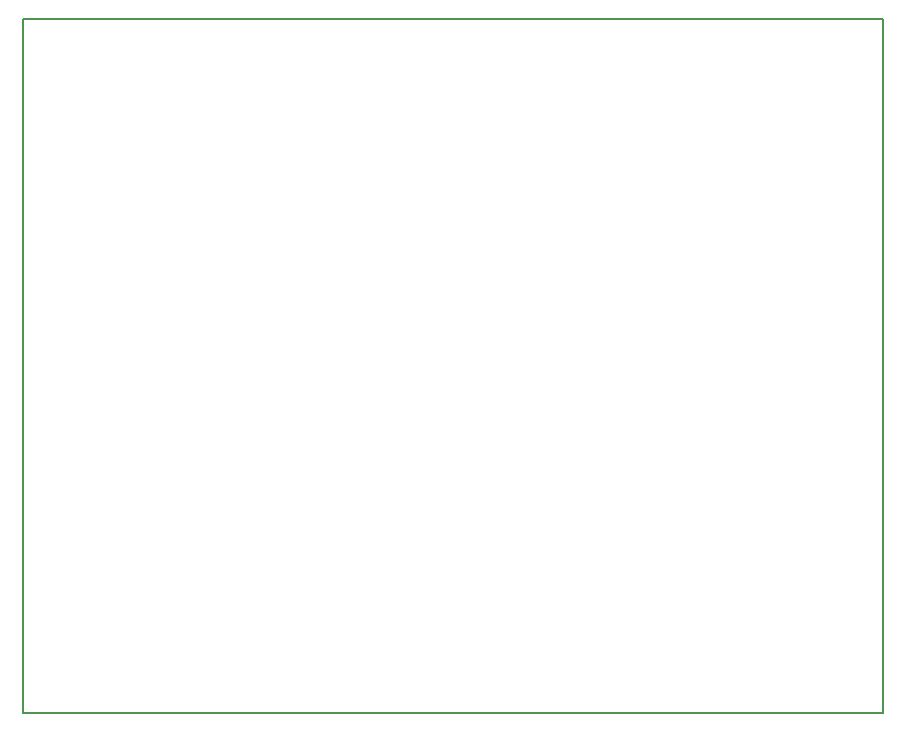
<source format=gm1>
G04 MADE WITH FRITZING*
G04 WWW.FRITZING.ORG*
G04 DOUBLE SIDED*
G04 HOLES PLATED*
G04 CONTOUR ON CENTER OF CONTOUR VECTOR*
%ASAXBY*%
%FSLAX23Y23*%
%MOIN*%
%OFA0B0*%
%SFA1.0B1.0*%
%ADD10R,2.874020X2.322830*%
%ADD11C,0.008000*%
%ADD10C,0.008*%
%LNCONTOUR*%
G90*
G70*
G54D10*
G54D11*
X4Y2319D02*
X2870Y2319D01*
X2870Y4D01*
X4Y4D01*
X4Y2319D01*
D02*
G04 End of contour*
M02*
</source>
